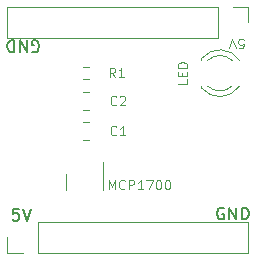
<source format=gbr>
%TF.GenerationSoftware,KiCad,Pcbnew,7.0.2-1.fc38*%
%TF.CreationDate,2023-05-30T17:24:50+02:00*%
%TF.ProjectId,cc1101_pcb,63633131-3031-45f7-9063-622e6b696361,rev?*%
%TF.SameCoordinates,Original*%
%TF.FileFunction,Legend,Top*%
%TF.FilePolarity,Positive*%
%FSLAX46Y46*%
G04 Gerber Fmt 4.6, Leading zero omitted, Abs format (unit mm)*
G04 Created by KiCad (PCBNEW 7.0.2-1.fc38) date 2023-05-30 17:24:50*
%MOMM*%
%LPD*%
G01*
G04 APERTURE LIST*
%ADD10C,0.150000*%
%ADD11C,0.120000*%
G04 APERTURE END LIST*
D10*
X54461904Y-94625238D02*
X54366666Y-94577619D01*
X54366666Y-94577619D02*
X54223809Y-94577619D01*
X54223809Y-94577619D02*
X54080952Y-94625238D01*
X54080952Y-94625238D02*
X53985714Y-94720476D01*
X53985714Y-94720476D02*
X53938095Y-94815714D01*
X53938095Y-94815714D02*
X53890476Y-95006190D01*
X53890476Y-95006190D02*
X53890476Y-95149047D01*
X53890476Y-95149047D02*
X53938095Y-95339523D01*
X53938095Y-95339523D02*
X53985714Y-95434761D01*
X53985714Y-95434761D02*
X54080952Y-95530000D01*
X54080952Y-95530000D02*
X54223809Y-95577619D01*
X54223809Y-95577619D02*
X54319047Y-95577619D01*
X54319047Y-95577619D02*
X54461904Y-95530000D01*
X54461904Y-95530000D02*
X54509523Y-95482380D01*
X54509523Y-95482380D02*
X54509523Y-95149047D01*
X54509523Y-95149047D02*
X54319047Y-95149047D01*
X54938095Y-95577619D02*
X54938095Y-94577619D01*
X54938095Y-94577619D02*
X55509523Y-95577619D01*
X55509523Y-95577619D02*
X55509523Y-94577619D01*
X55985714Y-95577619D02*
X55985714Y-94577619D01*
X55985714Y-94577619D02*
X56223809Y-94577619D01*
X56223809Y-94577619D02*
X56366666Y-94625238D01*
X56366666Y-94625238D02*
X56461904Y-94720476D01*
X56461904Y-94720476D02*
X56509523Y-94815714D01*
X56509523Y-94815714D02*
X56557142Y-95006190D01*
X56557142Y-95006190D02*
X56557142Y-95149047D01*
X56557142Y-95149047D02*
X56509523Y-95339523D01*
X56509523Y-95339523D02*
X56461904Y-95434761D01*
X56461904Y-95434761D02*
X56366666Y-95530000D01*
X56366666Y-95530000D02*
X56223809Y-95577619D01*
X56223809Y-95577619D02*
X55985714Y-95577619D01*
X37114285Y-94677619D02*
X36638095Y-94677619D01*
X36638095Y-94677619D02*
X36590476Y-95153809D01*
X36590476Y-95153809D02*
X36638095Y-95106190D01*
X36638095Y-95106190D02*
X36733333Y-95058571D01*
X36733333Y-95058571D02*
X36971428Y-95058571D01*
X36971428Y-95058571D02*
X37066666Y-95106190D01*
X37066666Y-95106190D02*
X37114285Y-95153809D01*
X37114285Y-95153809D02*
X37161904Y-95249047D01*
X37161904Y-95249047D02*
X37161904Y-95487142D01*
X37161904Y-95487142D02*
X37114285Y-95582380D01*
X37114285Y-95582380D02*
X37066666Y-95630000D01*
X37066666Y-95630000D02*
X36971428Y-95677619D01*
X36971428Y-95677619D02*
X36733333Y-95677619D01*
X36733333Y-95677619D02*
X36638095Y-95630000D01*
X36638095Y-95630000D02*
X36590476Y-95582380D01*
X37447619Y-94677619D02*
X37780952Y-95677619D01*
X37780952Y-95677619D02*
X38114285Y-94677619D01*
D11*
X55728571Y-81097904D02*
X56109523Y-81097904D01*
X56109523Y-81097904D02*
X56147619Y-80716952D01*
X56147619Y-80716952D02*
X56109523Y-80755047D01*
X56109523Y-80755047D02*
X56033333Y-80793142D01*
X56033333Y-80793142D02*
X55842857Y-80793142D01*
X55842857Y-80793142D02*
X55766666Y-80755047D01*
X55766666Y-80755047D02*
X55728571Y-80716952D01*
X55728571Y-80716952D02*
X55690476Y-80640761D01*
X55690476Y-80640761D02*
X55690476Y-80450285D01*
X55690476Y-80450285D02*
X55728571Y-80374095D01*
X55728571Y-80374095D02*
X55766666Y-80336000D01*
X55766666Y-80336000D02*
X55842857Y-80297904D01*
X55842857Y-80297904D02*
X56033333Y-80297904D01*
X56033333Y-80297904D02*
X56109523Y-80336000D01*
X56109523Y-80336000D02*
X56147619Y-80374095D01*
X55461904Y-81097904D02*
X55195237Y-80297904D01*
X55195237Y-80297904D02*
X54928571Y-81097904D01*
D10*
X38238095Y-81374761D02*
X38333333Y-81422380D01*
X38333333Y-81422380D02*
X38476190Y-81422380D01*
X38476190Y-81422380D02*
X38619047Y-81374761D01*
X38619047Y-81374761D02*
X38714285Y-81279523D01*
X38714285Y-81279523D02*
X38761904Y-81184285D01*
X38761904Y-81184285D02*
X38809523Y-80993809D01*
X38809523Y-80993809D02*
X38809523Y-80850952D01*
X38809523Y-80850952D02*
X38761904Y-80660476D01*
X38761904Y-80660476D02*
X38714285Y-80565238D01*
X38714285Y-80565238D02*
X38619047Y-80470000D01*
X38619047Y-80470000D02*
X38476190Y-80422380D01*
X38476190Y-80422380D02*
X38380952Y-80422380D01*
X38380952Y-80422380D02*
X38238095Y-80470000D01*
X38238095Y-80470000D02*
X38190476Y-80517619D01*
X38190476Y-80517619D02*
X38190476Y-80850952D01*
X38190476Y-80850952D02*
X38380952Y-80850952D01*
X37761904Y-80422380D02*
X37761904Y-81422380D01*
X37761904Y-81422380D02*
X37190476Y-80422380D01*
X37190476Y-80422380D02*
X37190476Y-81422380D01*
X36714285Y-80422380D02*
X36714285Y-81422380D01*
X36714285Y-81422380D02*
X36476190Y-81422380D01*
X36476190Y-81422380D02*
X36333333Y-81374761D01*
X36333333Y-81374761D02*
X36238095Y-81279523D01*
X36238095Y-81279523D02*
X36190476Y-81184285D01*
X36190476Y-81184285D02*
X36142857Y-80993809D01*
X36142857Y-80993809D02*
X36142857Y-80850952D01*
X36142857Y-80850952D02*
X36190476Y-80660476D01*
X36190476Y-80660476D02*
X36238095Y-80565238D01*
X36238095Y-80565238D02*
X36333333Y-80470000D01*
X36333333Y-80470000D02*
X36476190Y-80422380D01*
X36476190Y-80422380D02*
X36714285Y-80422380D01*
D11*
%TO.C,R1*%
X45266667Y-83532595D02*
X45000000Y-83151642D01*
X44809524Y-83532595D02*
X44809524Y-82732595D01*
X44809524Y-82732595D02*
X45114286Y-82732595D01*
X45114286Y-82732595D02*
X45190476Y-82770690D01*
X45190476Y-82770690D02*
X45228571Y-82808785D01*
X45228571Y-82808785D02*
X45266667Y-82884976D01*
X45266667Y-82884976D02*
X45266667Y-82999261D01*
X45266667Y-82999261D02*
X45228571Y-83075452D01*
X45228571Y-83075452D02*
X45190476Y-83113547D01*
X45190476Y-83113547D02*
X45114286Y-83151642D01*
X45114286Y-83151642D02*
X44809524Y-83151642D01*
X46028571Y-83532595D02*
X45571428Y-83532595D01*
X45800000Y-83532595D02*
X45800000Y-82732595D01*
X45800000Y-82732595D02*
X45723809Y-82846880D01*
X45723809Y-82846880D02*
X45647619Y-82923071D01*
X45647619Y-82923071D02*
X45571428Y-82961166D01*
%TO.C,C1*%
X45366667Y-88393904D02*
X45328571Y-88432000D01*
X45328571Y-88432000D02*
X45214286Y-88470095D01*
X45214286Y-88470095D02*
X45138095Y-88470095D01*
X45138095Y-88470095D02*
X45023809Y-88432000D01*
X45023809Y-88432000D02*
X44947619Y-88355809D01*
X44947619Y-88355809D02*
X44909524Y-88279619D01*
X44909524Y-88279619D02*
X44871428Y-88127238D01*
X44871428Y-88127238D02*
X44871428Y-88012952D01*
X44871428Y-88012952D02*
X44909524Y-87860571D01*
X44909524Y-87860571D02*
X44947619Y-87784380D01*
X44947619Y-87784380D02*
X45023809Y-87708190D01*
X45023809Y-87708190D02*
X45138095Y-87670095D01*
X45138095Y-87670095D02*
X45214286Y-87670095D01*
X45214286Y-87670095D02*
X45328571Y-87708190D01*
X45328571Y-87708190D02*
X45366667Y-87746285D01*
X46128571Y-88470095D02*
X45671428Y-88470095D01*
X45900000Y-88470095D02*
X45900000Y-87670095D01*
X45900000Y-87670095D02*
X45823809Y-87784380D01*
X45823809Y-87784380D02*
X45747619Y-87860571D01*
X45747619Y-87860571D02*
X45671428Y-87898666D01*
%TO.C,MCP1700*%
X44709523Y-93032595D02*
X44709523Y-92232595D01*
X44709523Y-92232595D02*
X44976189Y-92804023D01*
X44976189Y-92804023D02*
X45242856Y-92232595D01*
X45242856Y-92232595D02*
X45242856Y-93032595D01*
X46080952Y-92956404D02*
X46042856Y-92994500D01*
X46042856Y-92994500D02*
X45928571Y-93032595D01*
X45928571Y-93032595D02*
X45852380Y-93032595D01*
X45852380Y-93032595D02*
X45738094Y-92994500D01*
X45738094Y-92994500D02*
X45661904Y-92918309D01*
X45661904Y-92918309D02*
X45623809Y-92842119D01*
X45623809Y-92842119D02*
X45585713Y-92689738D01*
X45585713Y-92689738D02*
X45585713Y-92575452D01*
X45585713Y-92575452D02*
X45623809Y-92423071D01*
X45623809Y-92423071D02*
X45661904Y-92346880D01*
X45661904Y-92346880D02*
X45738094Y-92270690D01*
X45738094Y-92270690D02*
X45852380Y-92232595D01*
X45852380Y-92232595D02*
X45928571Y-92232595D01*
X45928571Y-92232595D02*
X46042856Y-92270690D01*
X46042856Y-92270690D02*
X46080952Y-92308785D01*
X46423809Y-93032595D02*
X46423809Y-92232595D01*
X46423809Y-92232595D02*
X46728571Y-92232595D01*
X46728571Y-92232595D02*
X46804761Y-92270690D01*
X46804761Y-92270690D02*
X46842856Y-92308785D01*
X46842856Y-92308785D02*
X46880952Y-92384976D01*
X46880952Y-92384976D02*
X46880952Y-92499261D01*
X46880952Y-92499261D02*
X46842856Y-92575452D01*
X46842856Y-92575452D02*
X46804761Y-92613547D01*
X46804761Y-92613547D02*
X46728571Y-92651642D01*
X46728571Y-92651642D02*
X46423809Y-92651642D01*
X47642856Y-93032595D02*
X47185713Y-93032595D01*
X47414285Y-93032595D02*
X47414285Y-92232595D01*
X47414285Y-92232595D02*
X47338094Y-92346880D01*
X47338094Y-92346880D02*
X47261904Y-92423071D01*
X47261904Y-92423071D02*
X47185713Y-92461166D01*
X47909523Y-92232595D02*
X48442857Y-92232595D01*
X48442857Y-92232595D02*
X48099999Y-93032595D01*
X48900000Y-92232595D02*
X48976190Y-92232595D01*
X48976190Y-92232595D02*
X49052381Y-92270690D01*
X49052381Y-92270690D02*
X49090476Y-92308785D01*
X49090476Y-92308785D02*
X49128571Y-92384976D01*
X49128571Y-92384976D02*
X49166666Y-92537357D01*
X49166666Y-92537357D02*
X49166666Y-92727833D01*
X49166666Y-92727833D02*
X49128571Y-92880214D01*
X49128571Y-92880214D02*
X49090476Y-92956404D01*
X49090476Y-92956404D02*
X49052381Y-92994500D01*
X49052381Y-92994500D02*
X48976190Y-93032595D01*
X48976190Y-93032595D02*
X48900000Y-93032595D01*
X48900000Y-93032595D02*
X48823809Y-92994500D01*
X48823809Y-92994500D02*
X48785714Y-92956404D01*
X48785714Y-92956404D02*
X48747619Y-92880214D01*
X48747619Y-92880214D02*
X48709523Y-92727833D01*
X48709523Y-92727833D02*
X48709523Y-92537357D01*
X48709523Y-92537357D02*
X48747619Y-92384976D01*
X48747619Y-92384976D02*
X48785714Y-92308785D01*
X48785714Y-92308785D02*
X48823809Y-92270690D01*
X48823809Y-92270690D02*
X48900000Y-92232595D01*
X49661905Y-92232595D02*
X49738095Y-92232595D01*
X49738095Y-92232595D02*
X49814286Y-92270690D01*
X49814286Y-92270690D02*
X49852381Y-92308785D01*
X49852381Y-92308785D02*
X49890476Y-92384976D01*
X49890476Y-92384976D02*
X49928571Y-92537357D01*
X49928571Y-92537357D02*
X49928571Y-92727833D01*
X49928571Y-92727833D02*
X49890476Y-92880214D01*
X49890476Y-92880214D02*
X49852381Y-92956404D01*
X49852381Y-92956404D02*
X49814286Y-92994500D01*
X49814286Y-92994500D02*
X49738095Y-93032595D01*
X49738095Y-93032595D02*
X49661905Y-93032595D01*
X49661905Y-93032595D02*
X49585714Y-92994500D01*
X49585714Y-92994500D02*
X49547619Y-92956404D01*
X49547619Y-92956404D02*
X49509524Y-92880214D01*
X49509524Y-92880214D02*
X49471428Y-92727833D01*
X49471428Y-92727833D02*
X49471428Y-92537357D01*
X49471428Y-92537357D02*
X49509524Y-92384976D01*
X49509524Y-92384976D02*
X49547619Y-92308785D01*
X49547619Y-92308785D02*
X49585714Y-92270690D01*
X49585714Y-92270690D02*
X49661905Y-92232595D01*
%TO.C,LED*%
X51370095Y-83714285D02*
X51370095Y-84095237D01*
X51370095Y-84095237D02*
X50570095Y-84095237D01*
X50951047Y-83447618D02*
X50951047Y-83180952D01*
X51370095Y-83066666D02*
X51370095Y-83447618D01*
X51370095Y-83447618D02*
X50570095Y-83447618D01*
X50570095Y-83447618D02*
X50570095Y-83066666D01*
X51370095Y-82723808D02*
X50570095Y-82723808D01*
X50570095Y-82723808D02*
X50570095Y-82533332D01*
X50570095Y-82533332D02*
X50608190Y-82419046D01*
X50608190Y-82419046D02*
X50684380Y-82342856D01*
X50684380Y-82342856D02*
X50760571Y-82304761D01*
X50760571Y-82304761D02*
X50912952Y-82266665D01*
X50912952Y-82266665D02*
X51027238Y-82266665D01*
X51027238Y-82266665D02*
X51179619Y-82304761D01*
X51179619Y-82304761D02*
X51255809Y-82342856D01*
X51255809Y-82342856D02*
X51332000Y-82419046D01*
X51332000Y-82419046D02*
X51370095Y-82533332D01*
X51370095Y-82533332D02*
X51370095Y-82723808D01*
%TO.C,C2*%
X45366667Y-85856404D02*
X45328571Y-85894500D01*
X45328571Y-85894500D02*
X45214286Y-85932595D01*
X45214286Y-85932595D02*
X45138095Y-85932595D01*
X45138095Y-85932595D02*
X45023809Y-85894500D01*
X45023809Y-85894500D02*
X44947619Y-85818309D01*
X44947619Y-85818309D02*
X44909524Y-85742119D01*
X44909524Y-85742119D02*
X44871428Y-85589738D01*
X44871428Y-85589738D02*
X44871428Y-85475452D01*
X44871428Y-85475452D02*
X44909524Y-85323071D01*
X44909524Y-85323071D02*
X44947619Y-85246880D01*
X44947619Y-85246880D02*
X45023809Y-85170690D01*
X45023809Y-85170690D02*
X45138095Y-85132595D01*
X45138095Y-85132595D02*
X45214286Y-85132595D01*
X45214286Y-85132595D02*
X45328571Y-85170690D01*
X45328571Y-85170690D02*
X45366667Y-85208785D01*
X45671428Y-85208785D02*
X45709524Y-85170690D01*
X45709524Y-85170690D02*
X45785714Y-85132595D01*
X45785714Y-85132595D02*
X45976190Y-85132595D01*
X45976190Y-85132595D02*
X46052381Y-85170690D01*
X46052381Y-85170690D02*
X46090476Y-85208785D01*
X46090476Y-85208785D02*
X46128571Y-85284976D01*
X46128571Y-85284976D02*
X46128571Y-85361166D01*
X46128571Y-85361166D02*
X46090476Y-85475452D01*
X46090476Y-85475452D02*
X45633333Y-85932595D01*
X45633333Y-85932595D02*
X46128571Y-85932595D01*
%TO.C,J1*%
X56530000Y-77570000D02*
X56530000Y-78900000D01*
X55200000Y-77570000D02*
X56530000Y-77570000D01*
X53930000Y-77570000D02*
X36090000Y-77570000D01*
X53930000Y-77570000D02*
X53930000Y-80230000D01*
X36090000Y-77570000D02*
X36090000Y-80230000D01*
X53930000Y-80230000D02*
X36090000Y-80230000D01*
%TO.C,R1*%
X43054724Y-83685000D02*
X42545276Y-83685000D01*
X43054724Y-82640000D02*
X42545276Y-82640000D01*
%TO.C,J2*%
X36110000Y-98430000D02*
X36110000Y-97100000D01*
X37440000Y-98430000D02*
X36110000Y-98430000D01*
X38710000Y-98430000D02*
X56550000Y-98430000D01*
X38710000Y-98430000D02*
X38710000Y-95770000D01*
X56550000Y-98430000D02*
X56550000Y-95770000D01*
X38710000Y-95770000D02*
X56550000Y-95770000D01*
%TO.C,C1*%
X42538748Y-87365000D02*
X43061252Y-87365000D01*
X42538748Y-88835000D02*
X43061252Y-88835000D01*
%TO.C,MCP1700*%
X44210000Y-92400000D02*
X44210000Y-90725000D01*
X44210000Y-92400000D02*
X44210000Y-93050000D01*
X41090000Y-92400000D02*
X41090000Y-91750000D01*
X41090000Y-92400000D02*
X41090000Y-93050000D01*
%TO.C,LED*%
X52570000Y-81964000D02*
X52570000Y-82120000D01*
X52570000Y-84280000D02*
X52570000Y-84436000D01*
X55802334Y-82121392D02*
G75*
G03*
X52570001Y-81964485I-1672334J-1078608D01*
G01*
X55171129Y-82120164D02*
G75*
G03*
X53089040Y-82120001I-1041129J-1079836D01*
G01*
X53089040Y-84279999D02*
G75*
G03*
X55171129Y-84279836I1040960J1079999D01*
G01*
X52570001Y-84435515D02*
G75*
G03*
X55802334Y-84278608I1559999J1235515D01*
G01*
%TO.C,C2*%
X42538748Y-84827500D02*
X43061252Y-84827500D01*
X42538748Y-86297500D02*
X43061252Y-86297500D01*
%TD*%
M02*

</source>
